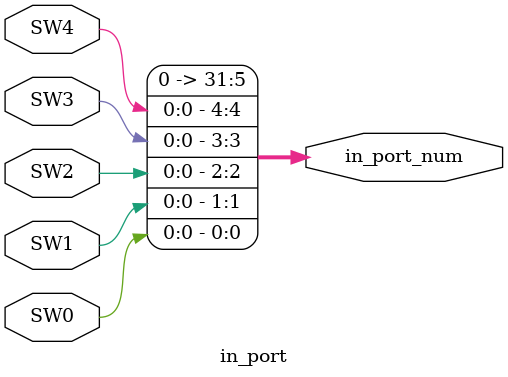
<source format=v>
module in_port(SW4,SW3,SW2,SW1,SW0,in_port_num);//把五位二进制数加入到inport中
	input SW4,SW3,SW2,SW1,SW0;
	output[31:0] in_port_num;
	assign in_port_num={27'b0,SW4,SW3,SW2,SW1,SW0};
 
 
endmodule 
</source>
